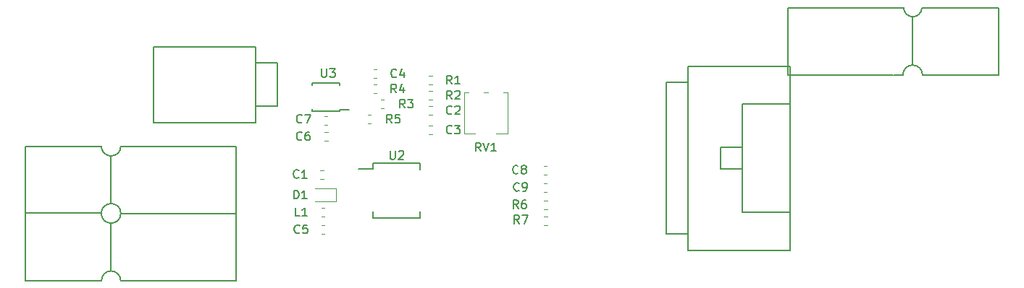
<source format=gbr>
G04 #@! TF.GenerationSoftware,KiCad,Pcbnew,(5.1.2)-1*
G04 #@! TF.CreationDate,2020-10-04T17:45:05-05:00*
G04 #@! TF.ProjectId,Senior Design,53656e69-6f72-4204-9465-7369676e2e6b,rev?*
G04 #@! TF.SameCoordinates,Original*
G04 #@! TF.FileFunction,Legend,Top*
G04 #@! TF.FilePolarity,Positive*
%FSLAX46Y46*%
G04 Gerber Fmt 4.6, Leading zero omitted, Abs format (unit mm)*
G04 Created by KiCad (PCBNEW (5.1.2)-1) date 2020-10-04 17:45:05*
%MOMM*%
%LPD*%
G04 APERTURE LIST*
%ADD10C,0.150000*%
%ADD11C,0.120000*%
G04 APERTURE END LIST*
D10*
X191897000Y-68199000D02*
X179603400Y-68199000D01*
X204216000Y-68199000D02*
X196469000Y-68199000D01*
X194183000Y-62611000D02*
X194183000Y-65887600D01*
X191897000Y-60325000D02*
X179603400Y-60325000D01*
X194183000Y-62611000D02*
X194183000Y-61468000D01*
X194183000Y-67056000D02*
X194183000Y-65887600D01*
X191922400Y-68199000D02*
X193014600Y-68199000D01*
X195326000Y-68199000D02*
G75*
G03X194183000Y-67056000I-1143000J0D01*
G01*
X194183000Y-67056000D02*
G75*
G03X193040000Y-68199000I0J-1143000D01*
G01*
X195326000Y-68199000D02*
X196545200Y-68199000D01*
X179603400Y-60325000D02*
X179603400Y-68199000D01*
X204241400Y-68199000D02*
X204241400Y-60350400D01*
X193116200Y-60325000D02*
G75*
G03X194183000Y-61391800I1066800J0D01*
G01*
X193116200Y-60325000D02*
X191897000Y-60325000D01*
X194132200Y-61391800D02*
G75*
G03X195249800Y-60375800I50800J1066800D01*
G01*
X204241400Y-60325000D02*
X195249800Y-60325000D01*
X127219000Y-72325000D02*
X128294000Y-72325000D01*
X127219000Y-69200000D02*
X123969000Y-69200000D01*
X127219000Y-72450000D02*
X123969000Y-72450000D01*
X127219000Y-69200000D02*
X127219000Y-69425000D01*
X123969000Y-69200000D02*
X123969000Y-69425000D01*
X123969000Y-72450000D02*
X123969000Y-72225000D01*
X127219000Y-72450000D02*
X127219000Y-72325000D01*
X165354000Y-69088000D02*
X167894000Y-69088000D01*
X165354000Y-86868000D02*
X165354000Y-69088000D01*
X167894000Y-86868000D02*
X165354000Y-86868000D01*
X167894000Y-69088000D02*
X167894000Y-81788000D01*
X171704000Y-79248000D02*
X174244000Y-79248000D01*
X171704000Y-76708000D02*
X171704000Y-79248000D01*
X174244000Y-76708000D02*
X171704000Y-76708000D01*
X175514000Y-71628000D02*
X179324000Y-71628000D01*
X174244000Y-84328000D02*
X179832000Y-84328000D01*
X174244000Y-71628000D02*
X174244000Y-84328000D01*
X175514000Y-71628000D02*
X174244000Y-71628000D01*
X167894000Y-69088000D02*
X167894000Y-67183000D01*
X167894000Y-81788000D02*
X167894000Y-88773000D01*
X167894000Y-88773000D02*
X179832000Y-88773000D01*
X167894000Y-67183000D02*
X179832000Y-67183000D01*
X179832000Y-67183000D02*
X179832000Y-88773000D01*
X179832000Y-71628000D02*
X179324000Y-71628000D01*
X102743000Y-76581000D02*
X115036600Y-76581000D01*
X90424000Y-76581000D02*
X98171000Y-76581000D01*
X98171000Y-92329000D02*
X90424000Y-92329000D01*
X102743000Y-92329000D02*
X115036600Y-92329000D01*
X101600000Y-84455000D02*
G75*
G03X101600000Y-84455000I-1143000J0D01*
G01*
X100457000Y-82169000D02*
X100457000Y-78892400D01*
X102743000Y-84455000D02*
X115036600Y-84455000D01*
X100457000Y-86741000D02*
X100457000Y-90043000D01*
X102743000Y-84455000D02*
X101600000Y-84455000D01*
X100457000Y-82169000D02*
X100457000Y-83312000D01*
X90424000Y-84429600D02*
X99314000Y-84429600D01*
X100457000Y-86741000D02*
X100457000Y-85598000D01*
X100457000Y-77724000D02*
X100457000Y-78892400D01*
X102717600Y-76581000D02*
X101625400Y-76581000D01*
X98145600Y-92329000D02*
X99314000Y-92329000D01*
X100457000Y-90017600D02*
X100457000Y-91186000D01*
X102768400Y-92329000D02*
X101574600Y-92329000D01*
X99314000Y-76581000D02*
G75*
G03X100457000Y-77724000I1143000J0D01*
G01*
X100457000Y-77724000D02*
G75*
G03X101600000Y-76581000I0J1143000D01*
G01*
X99314000Y-76581000D02*
X98094800Y-76581000D01*
X115036600Y-76581000D02*
X115036600Y-92329000D01*
X90398600Y-76581000D02*
X90398600Y-92329000D01*
X100457000Y-91211400D02*
G75*
G03X99339400Y-92329000I0J-1117600D01*
G01*
X101574600Y-92329000D02*
G75*
G03X100457000Y-91211400I-1117600J0D01*
G01*
X131108000Y-79238000D02*
X129358000Y-79238000D01*
X131108000Y-84993000D02*
X136608000Y-84993000D01*
X131108000Y-78583000D02*
X136608000Y-78583000D01*
X131108000Y-84993000D02*
X131108000Y-84243000D01*
X136608000Y-84993000D02*
X136608000Y-84243000D01*
X136608000Y-78583000D02*
X136608000Y-79333000D01*
X131108000Y-78583000D02*
X131108000Y-79238000D01*
D11*
X142132000Y-75096000D02*
X143032000Y-75096000D01*
X142132000Y-75096000D02*
X143032000Y-75096000D01*
X142132000Y-75096000D02*
X142132000Y-75096000D01*
X146312000Y-70256000D02*
X146792000Y-70256000D01*
X144012000Y-70256000D02*
X144532000Y-70256000D01*
X141752000Y-70256000D02*
X142232000Y-70256000D01*
X145512000Y-75096000D02*
X146792000Y-75096000D01*
X141752000Y-75096000D02*
X143032000Y-75096000D01*
X146792000Y-75096000D02*
X146792000Y-70256000D01*
X141752000Y-75096000D02*
X141752000Y-70256000D01*
X151099733Y-85854000D02*
X151442267Y-85854000D01*
X151099733Y-84834000D02*
X151442267Y-84834000D01*
X151442267Y-82929000D02*
X151099733Y-82929000D01*
X151442267Y-83949000D02*
X151099733Y-83949000D01*
X130497733Y-73916000D02*
X130840267Y-73916000D01*
X130497733Y-72896000D02*
X130840267Y-72896000D01*
X131146733Y-70360000D02*
X131489267Y-70360000D01*
X131146733Y-69340000D02*
X131489267Y-69340000D01*
X132021733Y-72138000D02*
X132364267Y-72138000D01*
X132021733Y-71118000D02*
X132364267Y-71118000D01*
X137980267Y-70102000D02*
X137637733Y-70102000D01*
X137980267Y-71122000D02*
X137637733Y-71122000D01*
X137637733Y-69344000D02*
X137980267Y-69344000D01*
X137637733Y-68324000D02*
X137980267Y-68324000D01*
X125393267Y-83818000D02*
X125050733Y-83818000D01*
X125393267Y-84838000D02*
X125050733Y-84838000D01*
X126769000Y-81561000D02*
X124309000Y-81561000D01*
X126769000Y-83031000D02*
X126769000Y-81561000D01*
X124309000Y-83031000D02*
X126769000Y-83031000D01*
D10*
X117348000Y-73787000D02*
X117348000Y-64897000D01*
X117348000Y-64897000D02*
X105410000Y-64897000D01*
X119888000Y-66802000D02*
X119888000Y-71882000D01*
X105410000Y-73787000D02*
X105410000Y-64897000D01*
X117348000Y-73787000D02*
X105410000Y-73787000D01*
X117348000Y-66802000D02*
X119888000Y-66802000D01*
X119888000Y-71882000D02*
X117348000Y-71882000D01*
D11*
X151085733Y-81917000D02*
X151428267Y-81917000D01*
X151085733Y-80897000D02*
X151428267Y-80897000D01*
X151428267Y-78865000D02*
X151085733Y-78865000D01*
X151428267Y-79885000D02*
X151085733Y-79885000D01*
X125417733Y-74043000D02*
X125760267Y-74043000D01*
X125417733Y-73023000D02*
X125760267Y-73023000D01*
X125445733Y-75948000D02*
X125788267Y-75948000D01*
X125445733Y-74928000D02*
X125788267Y-74928000D01*
X125036733Y-86870000D02*
X125379267Y-86870000D01*
X125036733Y-85850000D02*
X125379267Y-85850000D01*
X131503267Y-67562000D02*
X131160733Y-67562000D01*
X131503267Y-68582000D02*
X131160733Y-68582000D01*
X137637733Y-75186000D02*
X137980267Y-75186000D01*
X137637733Y-74166000D02*
X137980267Y-74166000D01*
X137637733Y-72900000D02*
X137980267Y-72900000D01*
X137637733Y-71880000D02*
X137980267Y-71880000D01*
X125280267Y-79373000D02*
X124937733Y-79373000D01*
X125280267Y-80393000D02*
X124937733Y-80393000D01*
D10*
X125086095Y-67483380D02*
X125086095Y-68292904D01*
X125133714Y-68388142D01*
X125181333Y-68435761D01*
X125276571Y-68483380D01*
X125467047Y-68483380D01*
X125562285Y-68435761D01*
X125609904Y-68388142D01*
X125657523Y-68292904D01*
X125657523Y-67483380D01*
X126038476Y-67483380D02*
X126657523Y-67483380D01*
X126324190Y-67864333D01*
X126467047Y-67864333D01*
X126562285Y-67911952D01*
X126609904Y-67959571D01*
X126657523Y-68054809D01*
X126657523Y-68292904D01*
X126609904Y-68388142D01*
X126562285Y-68435761D01*
X126467047Y-68483380D01*
X126181333Y-68483380D01*
X126086095Y-68435761D01*
X126038476Y-68388142D01*
X133096095Y-77110380D02*
X133096095Y-77919904D01*
X133143714Y-78015142D01*
X133191333Y-78062761D01*
X133286571Y-78110380D01*
X133477047Y-78110380D01*
X133572285Y-78062761D01*
X133619904Y-78015142D01*
X133667523Y-77919904D01*
X133667523Y-77110380D01*
X134096095Y-77205619D02*
X134143714Y-77158000D01*
X134238952Y-77110380D01*
X134477047Y-77110380D01*
X134572285Y-77158000D01*
X134619904Y-77205619D01*
X134667523Y-77300857D01*
X134667523Y-77396095D01*
X134619904Y-77538952D01*
X134048476Y-78110380D01*
X134667523Y-78110380D01*
X143676761Y-77160380D02*
X143343428Y-76684190D01*
X143105333Y-77160380D02*
X143105333Y-76160380D01*
X143486285Y-76160380D01*
X143581523Y-76208000D01*
X143629142Y-76255619D01*
X143676761Y-76350857D01*
X143676761Y-76493714D01*
X143629142Y-76588952D01*
X143581523Y-76636571D01*
X143486285Y-76684190D01*
X143105333Y-76684190D01*
X143962476Y-76160380D02*
X144295809Y-77160380D01*
X144629142Y-76160380D01*
X145486285Y-77160380D02*
X144914857Y-77160380D01*
X145200571Y-77160380D02*
X145200571Y-76160380D01*
X145105333Y-76303238D01*
X145010095Y-76398476D01*
X144914857Y-76446095D01*
X148169333Y-85669380D02*
X147836000Y-85193190D01*
X147597904Y-85669380D02*
X147597904Y-84669380D01*
X147978857Y-84669380D01*
X148074095Y-84717000D01*
X148121714Y-84764619D01*
X148169333Y-84859857D01*
X148169333Y-85002714D01*
X148121714Y-85097952D01*
X148074095Y-85145571D01*
X147978857Y-85193190D01*
X147597904Y-85193190D01*
X148502666Y-84669380D02*
X149169333Y-84669380D01*
X148740761Y-85669380D01*
X148056333Y-83891380D02*
X147723000Y-83415190D01*
X147484904Y-83891380D02*
X147484904Y-82891380D01*
X147865857Y-82891380D01*
X147961095Y-82939000D01*
X148008714Y-82986619D01*
X148056333Y-83081857D01*
X148056333Y-83224714D01*
X148008714Y-83319952D01*
X147961095Y-83367571D01*
X147865857Y-83415190D01*
X147484904Y-83415190D01*
X148913476Y-82891380D02*
X148723000Y-82891380D01*
X148627761Y-82939000D01*
X148580142Y-82986619D01*
X148484904Y-83129476D01*
X148437285Y-83319952D01*
X148437285Y-83700904D01*
X148484904Y-83796142D01*
X148532523Y-83843761D01*
X148627761Y-83891380D01*
X148818238Y-83891380D01*
X148913476Y-83843761D01*
X148961095Y-83796142D01*
X149008714Y-83700904D01*
X149008714Y-83462809D01*
X148961095Y-83367571D01*
X148913476Y-83319952D01*
X148818238Y-83272333D01*
X148627761Y-83272333D01*
X148532523Y-83319952D01*
X148484904Y-83367571D01*
X148437285Y-83462809D01*
X133296333Y-73858380D02*
X132963000Y-73382190D01*
X132724904Y-73858380D02*
X132724904Y-72858380D01*
X133105857Y-72858380D01*
X133201095Y-72906000D01*
X133248714Y-72953619D01*
X133296333Y-73048857D01*
X133296333Y-73191714D01*
X133248714Y-73286952D01*
X133201095Y-73334571D01*
X133105857Y-73382190D01*
X132724904Y-73382190D01*
X134201095Y-72858380D02*
X133724904Y-72858380D01*
X133677285Y-73334571D01*
X133724904Y-73286952D01*
X133820142Y-73239333D01*
X134058238Y-73239333D01*
X134153476Y-73286952D01*
X134201095Y-73334571D01*
X134248714Y-73429809D01*
X134248714Y-73667904D01*
X134201095Y-73763142D01*
X134153476Y-73810761D01*
X134058238Y-73858380D01*
X133820142Y-73858380D01*
X133724904Y-73810761D01*
X133677285Y-73763142D01*
X133804333Y-70302380D02*
X133471000Y-69826190D01*
X133232904Y-70302380D02*
X133232904Y-69302380D01*
X133613857Y-69302380D01*
X133709095Y-69350000D01*
X133756714Y-69397619D01*
X133804333Y-69492857D01*
X133804333Y-69635714D01*
X133756714Y-69730952D01*
X133709095Y-69778571D01*
X133613857Y-69826190D01*
X133232904Y-69826190D01*
X134661476Y-69635714D02*
X134661476Y-70302380D01*
X134423380Y-69254761D02*
X134185285Y-69969047D01*
X134804333Y-69969047D01*
X134820333Y-72080380D02*
X134487000Y-71604190D01*
X134248904Y-72080380D02*
X134248904Y-71080380D01*
X134629857Y-71080380D01*
X134725095Y-71128000D01*
X134772714Y-71175619D01*
X134820333Y-71270857D01*
X134820333Y-71413714D01*
X134772714Y-71508952D01*
X134725095Y-71556571D01*
X134629857Y-71604190D01*
X134248904Y-71604190D01*
X135153666Y-71080380D02*
X135772714Y-71080380D01*
X135439380Y-71461333D01*
X135582238Y-71461333D01*
X135677476Y-71508952D01*
X135725095Y-71556571D01*
X135772714Y-71651809D01*
X135772714Y-71889904D01*
X135725095Y-71985142D01*
X135677476Y-72032761D01*
X135582238Y-72080380D01*
X135296523Y-72080380D01*
X135201285Y-72032761D01*
X135153666Y-71985142D01*
X140295333Y-71064380D02*
X139962000Y-70588190D01*
X139723904Y-71064380D02*
X139723904Y-70064380D01*
X140104857Y-70064380D01*
X140200095Y-70112000D01*
X140247714Y-70159619D01*
X140295333Y-70254857D01*
X140295333Y-70397714D01*
X140247714Y-70492952D01*
X140200095Y-70540571D01*
X140104857Y-70588190D01*
X139723904Y-70588190D01*
X140676285Y-70159619D02*
X140723904Y-70112000D01*
X140819142Y-70064380D01*
X141057238Y-70064380D01*
X141152476Y-70112000D01*
X141200095Y-70159619D01*
X141247714Y-70254857D01*
X141247714Y-70350095D01*
X141200095Y-70492952D01*
X140628666Y-71064380D01*
X141247714Y-71064380D01*
X140295333Y-69286380D02*
X139962000Y-68810190D01*
X139723904Y-69286380D02*
X139723904Y-68286380D01*
X140104857Y-68286380D01*
X140200095Y-68334000D01*
X140247714Y-68381619D01*
X140295333Y-68476857D01*
X140295333Y-68619714D01*
X140247714Y-68714952D01*
X140200095Y-68762571D01*
X140104857Y-68810190D01*
X139723904Y-68810190D01*
X141247714Y-69286380D02*
X140676285Y-69286380D01*
X140962000Y-69286380D02*
X140962000Y-68286380D01*
X140866761Y-68429238D01*
X140771523Y-68524476D01*
X140676285Y-68572095D01*
X122515333Y-84780380D02*
X122039142Y-84780380D01*
X122039142Y-83780380D01*
X123372476Y-84780380D02*
X122801047Y-84780380D01*
X123086761Y-84780380D02*
X123086761Y-83780380D01*
X122991523Y-83923238D01*
X122896285Y-84018476D01*
X122801047Y-84066095D01*
X121830904Y-82748380D02*
X121830904Y-81748380D01*
X122069000Y-81748380D01*
X122211857Y-81796000D01*
X122307095Y-81891238D01*
X122354714Y-81986476D01*
X122402333Y-82176952D01*
X122402333Y-82319809D01*
X122354714Y-82510285D01*
X122307095Y-82605523D01*
X122211857Y-82700761D01*
X122069000Y-82748380D01*
X121830904Y-82748380D01*
X123354714Y-82748380D02*
X122783285Y-82748380D01*
X123069000Y-82748380D02*
X123069000Y-81748380D01*
X122973761Y-81891238D01*
X122878523Y-81986476D01*
X122783285Y-82034095D01*
X148155333Y-81764142D02*
X148107714Y-81811761D01*
X147964857Y-81859380D01*
X147869619Y-81859380D01*
X147726761Y-81811761D01*
X147631523Y-81716523D01*
X147583904Y-81621285D01*
X147536285Y-81430809D01*
X147536285Y-81287952D01*
X147583904Y-81097476D01*
X147631523Y-81002238D01*
X147726761Y-80907000D01*
X147869619Y-80859380D01*
X147964857Y-80859380D01*
X148107714Y-80907000D01*
X148155333Y-80954619D01*
X148631523Y-81859380D02*
X148822000Y-81859380D01*
X148917238Y-81811761D01*
X148964857Y-81764142D01*
X149060095Y-81621285D01*
X149107714Y-81430809D01*
X149107714Y-81049857D01*
X149060095Y-80954619D01*
X149012476Y-80907000D01*
X148917238Y-80859380D01*
X148726761Y-80859380D01*
X148631523Y-80907000D01*
X148583904Y-80954619D01*
X148536285Y-81049857D01*
X148536285Y-81287952D01*
X148583904Y-81383190D01*
X148631523Y-81430809D01*
X148726761Y-81478428D01*
X148917238Y-81478428D01*
X149012476Y-81430809D01*
X149060095Y-81383190D01*
X149107714Y-81287952D01*
X148042333Y-79732142D02*
X147994714Y-79779761D01*
X147851857Y-79827380D01*
X147756619Y-79827380D01*
X147613761Y-79779761D01*
X147518523Y-79684523D01*
X147470904Y-79589285D01*
X147423285Y-79398809D01*
X147423285Y-79255952D01*
X147470904Y-79065476D01*
X147518523Y-78970238D01*
X147613761Y-78875000D01*
X147756619Y-78827380D01*
X147851857Y-78827380D01*
X147994714Y-78875000D01*
X148042333Y-78922619D01*
X148613761Y-79255952D02*
X148518523Y-79208333D01*
X148470904Y-79160714D01*
X148423285Y-79065476D01*
X148423285Y-79017857D01*
X148470904Y-78922619D01*
X148518523Y-78875000D01*
X148613761Y-78827380D01*
X148804238Y-78827380D01*
X148899476Y-78875000D01*
X148947095Y-78922619D01*
X148994714Y-79017857D01*
X148994714Y-79065476D01*
X148947095Y-79160714D01*
X148899476Y-79208333D01*
X148804238Y-79255952D01*
X148613761Y-79255952D01*
X148518523Y-79303571D01*
X148470904Y-79351190D01*
X148423285Y-79446428D01*
X148423285Y-79636904D01*
X148470904Y-79732142D01*
X148518523Y-79779761D01*
X148613761Y-79827380D01*
X148804238Y-79827380D01*
X148899476Y-79779761D01*
X148947095Y-79732142D01*
X148994714Y-79636904D01*
X148994714Y-79446428D01*
X148947095Y-79351190D01*
X148899476Y-79303571D01*
X148804238Y-79255952D01*
X122769333Y-73763142D02*
X122721714Y-73810761D01*
X122578857Y-73858380D01*
X122483619Y-73858380D01*
X122340761Y-73810761D01*
X122245523Y-73715523D01*
X122197904Y-73620285D01*
X122150285Y-73429809D01*
X122150285Y-73286952D01*
X122197904Y-73096476D01*
X122245523Y-73001238D01*
X122340761Y-72906000D01*
X122483619Y-72858380D01*
X122578857Y-72858380D01*
X122721714Y-72906000D01*
X122769333Y-72953619D01*
X123102666Y-72858380D02*
X123769333Y-72858380D01*
X123340761Y-73858380D01*
X122769333Y-75795142D02*
X122721714Y-75842761D01*
X122578857Y-75890380D01*
X122483619Y-75890380D01*
X122340761Y-75842761D01*
X122245523Y-75747523D01*
X122197904Y-75652285D01*
X122150285Y-75461809D01*
X122150285Y-75318952D01*
X122197904Y-75128476D01*
X122245523Y-75033238D01*
X122340761Y-74938000D01*
X122483619Y-74890380D01*
X122578857Y-74890380D01*
X122721714Y-74938000D01*
X122769333Y-74985619D01*
X123626476Y-74890380D02*
X123436000Y-74890380D01*
X123340761Y-74938000D01*
X123293142Y-74985619D01*
X123197904Y-75128476D01*
X123150285Y-75318952D01*
X123150285Y-75699904D01*
X123197904Y-75795142D01*
X123245523Y-75842761D01*
X123340761Y-75890380D01*
X123531238Y-75890380D01*
X123626476Y-75842761D01*
X123674095Y-75795142D01*
X123721714Y-75699904D01*
X123721714Y-75461809D01*
X123674095Y-75366571D01*
X123626476Y-75318952D01*
X123531238Y-75271333D01*
X123340761Y-75271333D01*
X123245523Y-75318952D01*
X123197904Y-75366571D01*
X123150285Y-75461809D01*
X122501333Y-86717142D02*
X122453714Y-86764761D01*
X122310857Y-86812380D01*
X122215619Y-86812380D01*
X122072761Y-86764761D01*
X121977523Y-86669523D01*
X121929904Y-86574285D01*
X121882285Y-86383809D01*
X121882285Y-86240952D01*
X121929904Y-86050476D01*
X121977523Y-85955238D01*
X122072761Y-85860000D01*
X122215619Y-85812380D01*
X122310857Y-85812380D01*
X122453714Y-85860000D01*
X122501333Y-85907619D01*
X123406095Y-85812380D02*
X122929904Y-85812380D01*
X122882285Y-86288571D01*
X122929904Y-86240952D01*
X123025142Y-86193333D01*
X123263238Y-86193333D01*
X123358476Y-86240952D01*
X123406095Y-86288571D01*
X123453714Y-86383809D01*
X123453714Y-86621904D01*
X123406095Y-86717142D01*
X123358476Y-86764761D01*
X123263238Y-86812380D01*
X123025142Y-86812380D01*
X122929904Y-86764761D01*
X122882285Y-86717142D01*
X133818333Y-68429142D02*
X133770714Y-68476761D01*
X133627857Y-68524380D01*
X133532619Y-68524380D01*
X133389761Y-68476761D01*
X133294523Y-68381523D01*
X133246904Y-68286285D01*
X133199285Y-68095809D01*
X133199285Y-67952952D01*
X133246904Y-67762476D01*
X133294523Y-67667238D01*
X133389761Y-67572000D01*
X133532619Y-67524380D01*
X133627857Y-67524380D01*
X133770714Y-67572000D01*
X133818333Y-67619619D01*
X134675476Y-67857714D02*
X134675476Y-68524380D01*
X134437380Y-67476761D02*
X134199285Y-68191047D01*
X134818333Y-68191047D01*
X140295333Y-75033142D02*
X140247714Y-75080761D01*
X140104857Y-75128380D01*
X140009619Y-75128380D01*
X139866761Y-75080761D01*
X139771523Y-74985523D01*
X139723904Y-74890285D01*
X139676285Y-74699809D01*
X139676285Y-74556952D01*
X139723904Y-74366476D01*
X139771523Y-74271238D01*
X139866761Y-74176000D01*
X140009619Y-74128380D01*
X140104857Y-74128380D01*
X140247714Y-74176000D01*
X140295333Y-74223619D01*
X140628666Y-74128380D02*
X141247714Y-74128380D01*
X140914380Y-74509333D01*
X141057238Y-74509333D01*
X141152476Y-74556952D01*
X141200095Y-74604571D01*
X141247714Y-74699809D01*
X141247714Y-74937904D01*
X141200095Y-75033142D01*
X141152476Y-75080761D01*
X141057238Y-75128380D01*
X140771523Y-75128380D01*
X140676285Y-75080761D01*
X140628666Y-75033142D01*
X140295333Y-72747142D02*
X140247714Y-72794761D01*
X140104857Y-72842380D01*
X140009619Y-72842380D01*
X139866761Y-72794761D01*
X139771523Y-72699523D01*
X139723904Y-72604285D01*
X139676285Y-72413809D01*
X139676285Y-72270952D01*
X139723904Y-72080476D01*
X139771523Y-71985238D01*
X139866761Y-71890000D01*
X140009619Y-71842380D01*
X140104857Y-71842380D01*
X140247714Y-71890000D01*
X140295333Y-71937619D01*
X140676285Y-71937619D02*
X140723904Y-71890000D01*
X140819142Y-71842380D01*
X141057238Y-71842380D01*
X141152476Y-71890000D01*
X141200095Y-71937619D01*
X141247714Y-72032857D01*
X141247714Y-72128095D01*
X141200095Y-72270952D01*
X140628666Y-72842380D01*
X141247714Y-72842380D01*
X122402333Y-80240142D02*
X122354714Y-80287761D01*
X122211857Y-80335380D01*
X122116619Y-80335380D01*
X121973761Y-80287761D01*
X121878523Y-80192523D01*
X121830904Y-80097285D01*
X121783285Y-79906809D01*
X121783285Y-79763952D01*
X121830904Y-79573476D01*
X121878523Y-79478238D01*
X121973761Y-79383000D01*
X122116619Y-79335380D01*
X122211857Y-79335380D01*
X122354714Y-79383000D01*
X122402333Y-79430619D01*
X123354714Y-80335380D02*
X122783285Y-80335380D01*
X123069000Y-80335380D02*
X123069000Y-79335380D01*
X122973761Y-79478238D01*
X122878523Y-79573476D01*
X122783285Y-79621095D01*
M02*

</source>
